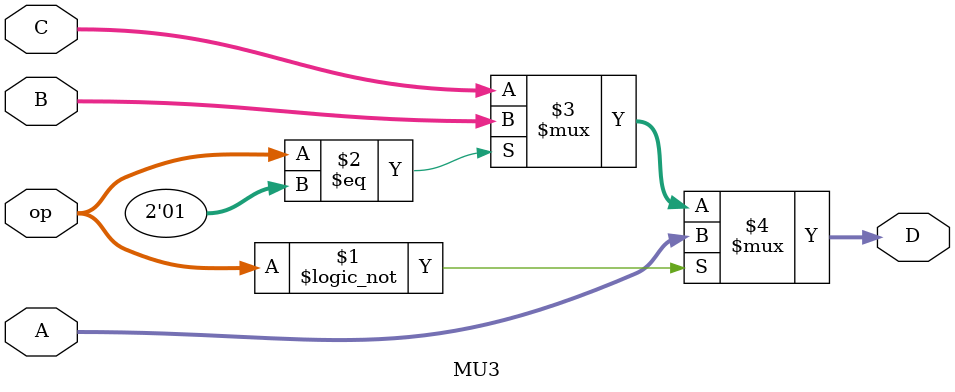
<source format=v>
`timescale 1ns / 1ps
module MU3(
    input [31:0] A,
    input [31:0] B,
    input [31:0] C,
    input [1:0] op,
    output [31:0] D
    );
	 assign D = (op==0)?A:
					(op==1)?B:C;

endmodule

</source>
